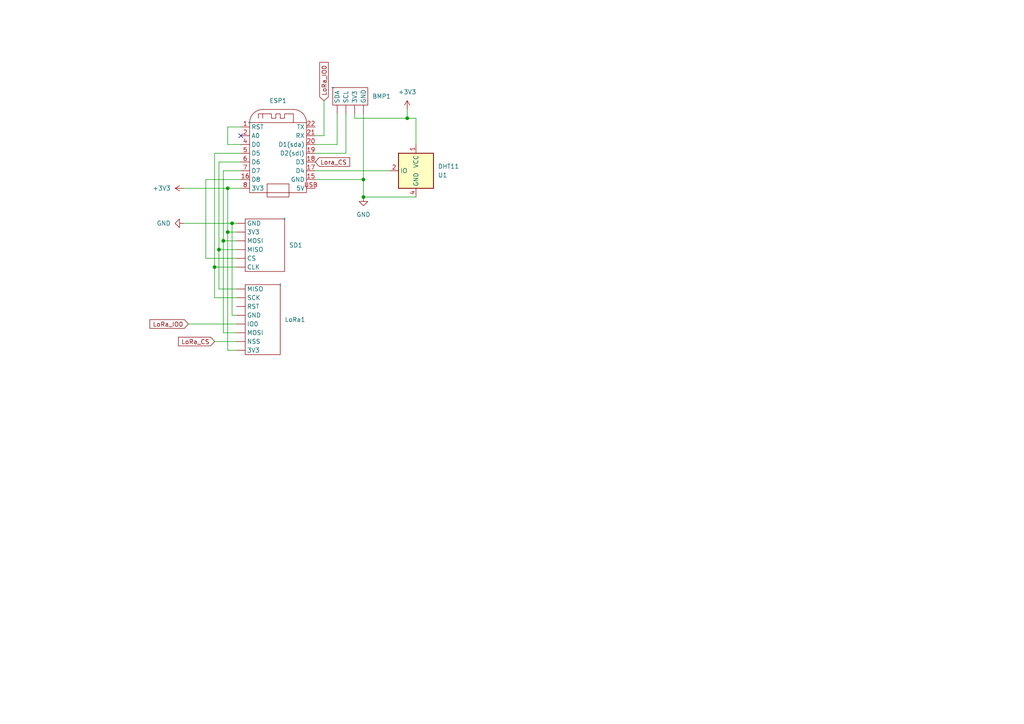
<source format=kicad_sch>
(kicad_sch (version 20230121) (generator eeschema)
  (paper "A4")
  (lib_symbols
    (symbol "Schématics_lib:BMP180"
      (property "Reference" "BMP" (at 2.54 1.27 0))
      (symbol "BMP180_0_1"
        (rectangle (start 0 0) (end 10.16 -5.08))
      )
      (symbol "BMP180_1_1"
        (pin bidirectional line (at 6.35 -7.62 90) (length 2.54) (name "3V3") (number ""))
        (pin bidirectional line (at 8.89 -7.62 90) (length 2.54) (name "GND") (number ""))
        (pin bidirectional line (at 3.81 -7.62 90) (length 2.54) (name "SCL") (number ""))
        (pin bidirectional line (at 1.27 -7.62 90) (length 2.54) (name "SDA") (number ""))
      )
    )
    (symbol "Schématics_lib:LORA_emitter"
      (property "Reference" "LoRa" (at 2.54 1.27 0))
      (symbol "LORA_emitter_0_1"
        (rectangle (start 0 0) (end 20.32 -10.16))
      )
      (symbol "LORA_emitter_1_1"
        (pin bidirectional line (at 19.05 -12.7 90) (length 2.54) (name "3V3") (number ""))
        (pin bidirectional line (at 8.89 -12.7 90) (length 2.54) (name "GND") (number ""))
        (pin bidirectional line (at 11.43 -12.7 90) (length 2.54) (name "IO0") (number ""))
        (pin bidirectional line (at 1.27 -12.7 90) (length 2.54) (name "MISO") (number ""))
        (pin bidirectional line (at 13.97 -12.7 90) (length 2.54) (name "MOSI") (number ""))
        (pin bidirectional line (at 16.51 -12.7 90) (length 2.54) (name "NSS") (number ""))
        (pin bidirectional line (at 6.35 -12.7 90) (length 2.54) (name "RST") (number ""))
        (pin bidirectional line (at 3.81 -12.7 90) (length 2.54) (name "SCK") (number ""))
      )
    )
    (symbol "Schématics_lib:Wemos_D1_mini"
      (property "Reference" "ESP" (at -7.62 5.08 0))
      (symbol "Wemos_D1_mini_0_1"
        (polyline (pts (xy 3.81 2.54) (xy 3.81 1.27)))
        (polyline (pts (xy 3.81 3.81) (xy 12.7 3.81)))
        (polyline (pts (xy 12.7 0) (xy 12.7 2.54) (xy 10.16 2.54) (xy 10.16 1.27) (xy 8.89 1.27) (xy 8.89 2.54) (xy 7.62 2.54) (xy 7.62 1.27) (xy 6.35 1.27) (xy 6.35 2.54) (xy 2.54 2.54) (xy 2.54 1.27)))
        (rectangle (start 0 0) (end 16.51 -20.32))
        (arc (start 3.81 3.81) (mid 1.1258 2.6842) (end 0 0))
        (rectangle (start 5.08 -17.78) (end 11.43 -21.59))
        (arc (start 16.51 0) (mid 15.3926 2.6926) (end 12.7 3.81))
      )
      (symbol "Wemos_D1_mini_1_1"
        (pin input line (at -2.54 -1.27 0) (length 2.54) (name "RST") (number "1"))
        (pin bidirectional line (at 19.05 -16.51 180) (length 2.54) (name "GND") (number "15"))
        (pin bidirectional line (at -2.54 -16.51 0) (length 2.54) (name "D8") (number "16"))
        (pin bidirectional line (at 19.05 -13.97 180) (length 2.54) (name "D4") (number "17"))
        (pin bidirectional line (at 19.05 -11.43 180) (length 2.54) (name "D3") (number "18"))
        (pin bidirectional line (at 19.05 -8.89 180) (length 2.54) (name "D2(sdl)") (number "19"))
        (pin input line (at -2.54 -3.81 0) (length 2.54) (name "A0") (number "2"))
        (pin bidirectional line (at 19.05 -6.35 180) (length 2.54) (name "D1(sda)") (number "20"))
        (pin bidirectional line (at 19.05 -3.81 180) (length 2.54) (name "RX") (number "21"))
        (pin bidirectional line (at 19.05 -1.27 180) (length 2.54) (name "TX") (number "22"))
        (pin bidirectional line (at -2.54 -6.35 0) (length 2.54) (name "D0") (number "4"))
        (pin bidirectional line (at -2.54 -8.89 0) (length 2.54) (name "D5") (number "5"))
        (pin bidirectional line (at -2.54 -11.43 0) (length 2.54) (name "D6") (number "6"))
        (pin bidirectional line (at -2.54 -13.97 0) (length 2.54) (name "D7") (number "7"))
        (pin bidirectional line (at -2.54 -19.05 0) (length 2.54) (name "3V3") (number "8"))
        (pin bidirectional line (at 19.05 -19.05 180) (length 2.54) (name "5V") (number "USB"))
      )
    )
    (symbol "Schématics_lib:micro_SD"
      (property "Reference" "SD" (at 1.27 1.27 0))
      (symbol "micro_SD_0_1"
        (rectangle (start 0 0) (end 15.24 -11.43))
      )
      (symbol "micro_SD_1_1"
        (pin bidirectional line (at 3.81 -13.97 90) (length 2.54) (name "3V3") (number ""))
        (pin bidirectional line (at 13.97 -13.97 90) (length 2.54) (name "CLK") (number ""))
        (pin bidirectional line (at 11.43 -13.97 90) (length 2.54) (name "CS") (number ""))
        (pin bidirectional line (at 1.27 -13.97 90) (length 2.54) (name "GND") (number ""))
        (pin bidirectional line (at 8.89 -13.97 90) (length 2.54) (name "MISO") (number ""))
        (pin bidirectional line (at 6.35 -13.97 90) (length 2.54) (name "MOSI") (number ""))
      )
    )
    (symbol "Sensor:DHT11"
      (property "Reference" "U" (at -3.81 6.35 0))
      (property "Value" "DHT11" (at 3.81 6.35 0))
      (symbol "DHT11_0_1"
        (rectangle (start -5.08 5.08) (end 5.08 -5.08) (stroke (width 0.254)) (fill (type background)))
      )
      (symbol "DHT11_1_1"
        (pin power_in line (at 0 7.62 270) (length 2.54) (name "VCC") (number "1"))
        (pin bidirectional line (at 7.62 0 180) (length 2.54) (name "IO") (number "2"))
        (pin no_connect line (at -5.08 0 0) (length 2.54) hide (name "NC") (number "3"))
        (pin power_in line (at 0 -7.62 90) (length 2.54) (name "GND") (number "4"))
      )
    )
    (symbol "power:+3V3" (power) (pin_names (offset 0))
      (property "Value" "+3V3" (at 0 3.556 0))
      (symbol "+3V3_0_1"
        (polyline (pts (xy -0.762 1.27) (xy 0 2.54)))
        (polyline (pts (xy 0 0) (xy 0 2.54)))
        (polyline (pts (xy 0 2.54) (xy 0.762 1.27)))
      )
      (symbol "+3V3_1_1"
        (pin power_in line (at 0 0 90) (length 0) hide (name "+3V3") (number "1"))
      )
    )
    (symbol "power:GND" (power) (pin_names (offset 0))
      (property "Value" "GND" (at 0 -3.81 0))
      (symbol "GND_0_1"
        (polyline (pts (xy 0 0) (xy 0 -1.27) (xy 1.27 -1.27) (xy 0 -2.54) (xy -1.27 -1.27) (xy 0 -1.27)))
      )
      (symbol "GND_1_1"
        (pin power_in line (at 0 0 270) (length 0) hide (name "GND") (number "1"))
      )
    )
  )
  (junction (at 66.04 54.61))
  (junction (at 105.41 52.07))
  (junction (at 63.5 72.39))
  (junction (at 62.23 77.47))
  (junction (at 105.41 57.15))
  (junction (at 66.04 67.31))
  (junction (at 64.77 69.85))
  (junction (at 67.31 64.77))
  (junction (at 118.11 34.29))
  (no_connect (at 69.85 39.37))
  (wire (pts (xy 66.04 67.31) (xy 66.04 101.6)))
  (wire (pts (xy 64.77 49.53) (xy 69.85 49.53)))
  (wire (pts (xy 59.69 52.07) (xy 59.69 74.93)))
  (wire (pts (xy 91.44 52.07) (xy 105.41 52.07)))
  (wire (pts (xy 69.85 54.61) (xy 66.04 54.61)))
  (wire (pts (xy 54.61 93.98) (xy 68.58 93.98)))
  (wire (pts (xy 62.23 99.06) (xy 68.58 99.06)))
  (wire (pts (xy 68.58 91.44) (xy 67.31 91.44)))
  (wire (pts (xy 120.65 34.29) (xy 118.11 34.29)))
  (wire (pts (xy 102.87 34.29) (xy 118.11 34.29)))
  (wire (pts (xy 53.34 64.77) (xy 67.31 64.77)))
  (wire (pts (xy 91.44 39.37) (xy 93.98 39.37)))
  (wire (pts (xy 120.65 57.15) (xy 105.41 57.15)))
  (wire (pts (xy 63.5 83.82) (xy 63.5 72.39)))
  (wire (pts (xy 68.58 67.31) (xy 66.04 67.31)))
  (wire (pts (xy 100.33 44.45) (xy 91.44 44.45)))
  (wire (pts (xy 66.04 101.6) (xy 68.58 101.6)))
  (wire (pts (xy 62.23 77.47) (xy 62.23 86.36)))
  (wire (pts (xy 100.33 33.02) (xy 100.33 44.45)))
  (wire (pts (xy 66.04 54.61) (xy 66.04 67.31)))
  (wire (pts (xy 62.23 86.36) (xy 68.58 86.36)))
  (wire (pts (xy 66.04 41.91) (xy 66.04 36.83)))
  (wire (pts (xy 59.69 52.07) (xy 69.85 52.07)))
  (wire (pts (xy 118.11 31.75) (xy 118.11 34.29)))
  (wire (pts (xy 69.85 46.99) (xy 63.5 46.99)))
  (wire (pts (xy 64.77 96.52) (xy 68.58 96.52)))
  (wire (pts (xy 105.41 33.02) (xy 105.41 52.07)))
  (wire (pts (xy 105.41 57.15) (xy 105.41 52.07)))
  (wire (pts (xy 68.58 69.85) (xy 64.77 69.85)))
  (wire (pts (xy 53.34 54.61) (xy 66.04 54.61)))
  (wire (pts (xy 59.69 74.93) (xy 68.58 74.93)))
  (wire (pts (xy 66.04 36.83) (xy 69.85 36.83)))
  (wire (pts (xy 63.5 72.39) (xy 68.58 72.39)))
  (wire (pts (xy 102.87 33.02) (xy 102.87 34.29)))
  (wire (pts (xy 93.98 39.37) (xy 93.98 29.21)))
  (wire (pts (xy 97.79 41.91) (xy 91.44 41.91)))
  (wire (pts (xy 67.31 91.44) (xy 67.31 64.77)))
  (wire (pts (xy 68.58 77.47) (xy 62.23 77.47)))
  (wire (pts (xy 67.31 64.77) (xy 68.58 64.77)))
  (wire (pts (xy 63.5 46.99) (xy 63.5 72.39)))
  (wire (pts (xy 68.58 83.82) (xy 63.5 83.82)))
  (wire (pts (xy 62.23 77.47) (xy 62.23 44.45)))
  (wire (pts (xy 120.65 41.91) (xy 120.65 34.29)))
  (wire (pts (xy 64.77 69.85) (xy 64.77 49.53)))
  (wire (pts (xy 64.77 69.85) (xy 64.77 96.52)))
  (wire (pts (xy 62.23 44.45) (xy 69.85 44.45)))
  (wire (pts (xy 91.44 49.53) (xy 113.03 49.53)))
  (wire (pts (xy 69.85 41.91) (xy 66.04 41.91)))
  (wire (pts (xy 97.79 33.02) (xy 97.79 41.91)))
  (global_label "LoRa_CS" (shape input) (at 62.23 99.06 180) (property "Intersheetrefs" "${INTERSHEET_REFS}" (effects hide)))
  (global_label "LoRa_IO0" (shape input) (at 54.61 93.98 180) (property "Intersheetrefs" "${INTERSHEET_REFS}" (effects hide)))
  (global_label "LoRa_IO0" (shape input) (at 93.98 29.21 90) (property "Intersheetrefs" "${INTERSHEET_REFS}" (effects hide)))
  (global_label "Lora_CS" (shape input) (at 91.44 46.99 0) (property "Intersheetrefs" "${INTERSHEET_REFS}" (effects hide)))
  (symbol (lib_id "Schématics_lib:LORA_emitter") (at 81.28 82.55 270) (unit 1)
    (property "Reference" "LoRa1" (at 82.55 92.71 90) (effects (justify left)))
    (property "Value" "~" (at 81.28 82.55 0))
  )
  (symbol (lib_id "power:GND") (at 105.41 57.15 0) (unit 1)
    (property "Reference" "#PWR03" (effects hide))
    (property "Value" "GND" (at 105.41 62.23 0))
  )
  (symbol (lib_id "Schématics_lib:micro_SD") (at 82.55 63.5 270) (unit 1)
    (property "Reference" "SD1" (at 83.82 71.12 90) (effects (justify left)))
    (property "Value" "~" (at 82.55 63.5 0))
  )
  (symbol (lib_id "Sensor:DHT11") (at 120.65 49.53 0) (mirror y) (unit 1)
    (property "Reference" "U1" (at 127 50.8 0) (effects (justify right)))
    (property "Value" "DHT11" (at 127 48.26 0) (effects (justify right)))
    (property "Footprint" "Sensor:Aosong_DHT11_5.5x12.0_P2.54mm" (effects hide))
    (property "Datasheet" "http://akizukidenshi.com/download/ds/aosong/DHT11.pdf" (effects hide))
  )
  (symbol (lib_id "power:GND") (at 53.34 64.77 270) (unit 1)
    (property "Reference" "#PWR04" (effects hide))
    (property "Value" "GND" (at 49.53 64.77 90) (effects (justify right)))
  )
  (symbol (lib_id "Schématics_lib:BMP180") (at 96.52 25.4 0) (unit 1)
    (property "Reference" "BMP1" (at 107.95 27.94 0) (effects (justify left)))
    (property "Value" "~" (at 96.52 25.4 0))
  )
  (symbol (lib_id "Schématics_lib:Wemos_D1_mini") (at 72.39 35.56 0) (unit 1)
    (property "Reference" "ESP1" (at 80.645 29.21 0))
    (property "Value" "~" (at 72.39 35.56 0))
  )
  (symbol (lib_id "power:+3V3") (at 53.34 54.61 90) (unit 1)
    (property "Reference" "#PWR02" (effects hide))
    (property "Value" "+3V3" (at 49.53 54.61 90) (effects (justify left)))
  )
  (symbol (lib_id "power:+3V3") (at 118.11 31.75 0) (unit 1)
    (property "Reference" "#PWR01" (effects hide))
    (property "Value" "+3V3" (at 118.11 26.67 0))
  )
)
</source>
